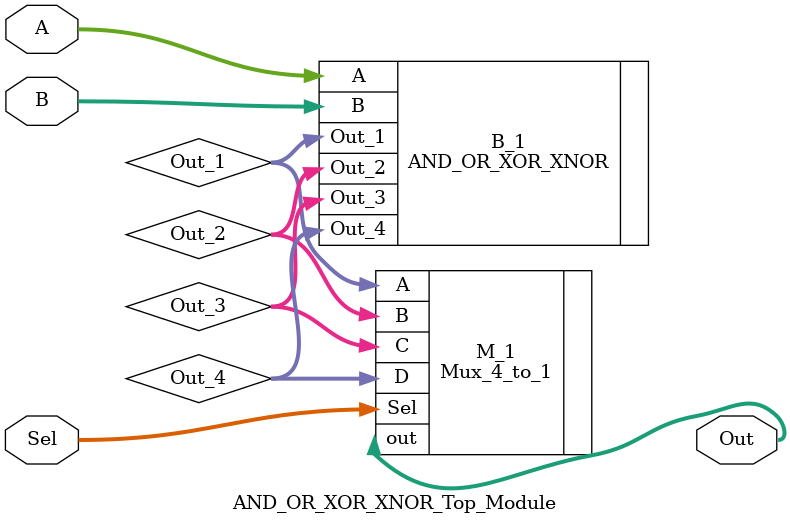
<source format=v>
module AND_OR_XOR_XNOR_Top_Module (
   input [3:0] A , B , 
   input [1:0] Sel , 
   output [3:0] Out 
);

wire [3:0] Out_1 , Out_2 , Out_3 , Out_4 ;  

AND_OR_XOR_XNOR B_1 ( .A( A ) ,
                      .B( B ) , 
                      .Out_1( Out_1 ) ,
                      .Out_2( Out_2 ) ,
                      .Out_3( Out_3 ) ,
                      .Out_4( Out_4 )  
);

Mux_4_to_1 M_1 (.A   ( Out_1 )  ,
                .B   ( Out_2 ) ,
                .C   ( Out_3 ) ,
                .D   ( Out_4 )  ,
                .Sel ( Sel ) ,
                .out (Out) 
               ) ;

endmodule

</source>
